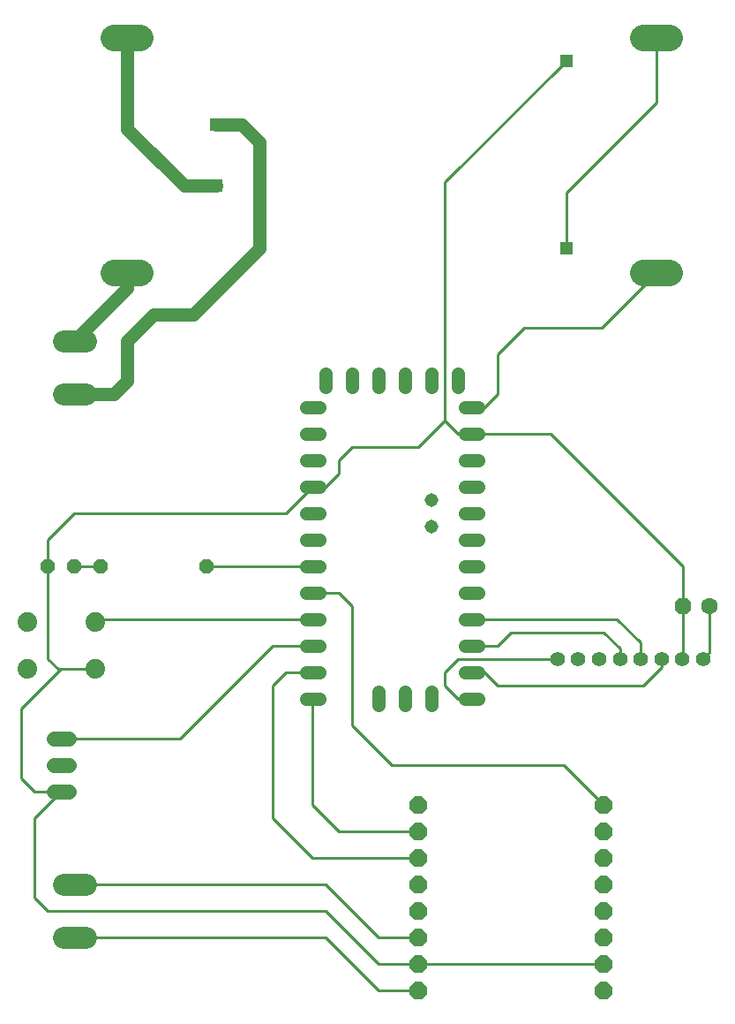
<source format=gbr>
G04 EAGLE Gerber RS-274X export*
G75*
%MOMM*%
%FSLAX34Y34*%
%LPD*%
%INBottom Copper*%
%IPPOS*%
%AMOC8*
5,1,8,0,0,1.08239X$1,22.5*%
G01*
%ADD10P,1.732040X8X202.500000*%
%ADD11C,1.600200*%
%ADD12C,1.879600*%
%ADD13C,2.540000*%
%ADD14C,1.422400*%
%ADD15P,1.429621X8X22.500000*%
%ADD16P,1.429621X8X202.500000*%
%ADD17C,1.422400*%
%ADD18C,1.308000*%
%ADD19C,1.308000*%
%ADD20R,1.308000X1.308000*%
%ADD21P,1.814519X8X22.500000*%
%ADD22C,2.095500*%
%ADD23C,0.254000*%
%ADD24C,1.270000*%


D10*
X660400Y431800D03*
D11*
X685800Y431800D03*
D12*
X96012Y371094D03*
X30988Y371094D03*
X96012Y416306D03*
X30988Y416306D03*
D13*
X114300Y751078D02*
X139700Y751078D01*
X139700Y976122D02*
X114300Y976122D01*
X622300Y976122D02*
X647700Y976122D01*
X647700Y751078D02*
X622300Y751078D01*
D14*
X70612Y304800D02*
X56388Y304800D01*
X56388Y279400D02*
X70612Y279400D01*
X70612Y254000D02*
X56388Y254000D01*
D15*
X50800Y469900D03*
X76200Y469900D03*
D16*
X203200Y469900D03*
X101600Y469900D03*
D17*
X679600Y381000D03*
X659600Y381000D03*
X639600Y381000D03*
X619600Y381000D03*
X599600Y381000D03*
X579600Y381000D03*
X559600Y381000D03*
X539600Y381000D03*
D18*
X317500Y641160D02*
X317500Y654240D01*
X342900Y654240D02*
X342900Y641160D01*
X368300Y641160D02*
X368300Y654240D01*
X393700Y654240D02*
X393700Y641160D01*
X419100Y641160D02*
X419100Y654240D01*
X444500Y654240D02*
X444500Y641160D01*
X311340Y622300D02*
X298260Y622300D01*
X298260Y596900D02*
X311340Y596900D01*
X311340Y571500D02*
X298260Y571500D01*
X298260Y546100D02*
X311340Y546100D01*
X311340Y520700D02*
X298260Y520700D01*
X298260Y495300D02*
X311340Y495300D01*
X311340Y469900D02*
X298260Y469900D01*
X298260Y444500D02*
X311340Y444500D01*
X311340Y419100D02*
X298260Y419100D01*
X298260Y393700D02*
X311340Y393700D01*
X311340Y368300D02*
X298260Y368300D01*
X298260Y342900D02*
X311340Y342900D01*
X450660Y622300D02*
X463740Y622300D01*
X463740Y596900D02*
X450660Y596900D01*
X450660Y571500D02*
X463740Y571500D01*
X463740Y546100D02*
X450660Y546100D01*
X450660Y520700D02*
X463740Y520700D01*
X463740Y495300D02*
X450660Y495300D01*
X450660Y469900D02*
X463740Y469900D01*
X463740Y444500D02*
X450660Y444500D01*
X450660Y419100D02*
X463740Y419100D01*
X463740Y393700D02*
X450660Y393700D01*
X450660Y368300D02*
X463740Y368300D01*
X463740Y342900D02*
X450660Y342900D01*
X419100Y349440D02*
X419100Y336360D01*
X393700Y336360D02*
X393700Y349440D01*
X368300Y349440D02*
X368300Y336360D01*
D19*
X419100Y533400D03*
X419100Y508000D03*
D20*
X212500Y834300D03*
X212500Y893300D03*
X548500Y954300D03*
X548500Y774300D03*
D21*
X406400Y165100D03*
X406400Y139700D03*
X584200Y165100D03*
X584200Y139700D03*
X406400Y114300D03*
X406400Y190500D03*
X584200Y190500D03*
X584200Y114300D03*
X406400Y215900D03*
X584200Y215900D03*
X406400Y88900D03*
X584200Y88900D03*
X406400Y241300D03*
X584200Y241300D03*
X406400Y63500D03*
X584200Y63500D03*
D22*
X86678Y685800D02*
X65723Y685800D01*
X65723Y635000D02*
X86678Y635000D01*
X86678Y165100D02*
X65723Y165100D01*
X65723Y114300D02*
X86678Y114300D01*
D23*
X38100Y228600D02*
X63500Y254000D01*
X38100Y228600D02*
X38100Y152400D01*
X50800Y139700D01*
X317500Y139700D01*
X368300Y88900D01*
X406400Y88900D01*
X584200Y88900D01*
X96012Y371094D02*
X63500Y371094D01*
X60706Y371094D01*
X50800Y381000D01*
X50800Y469900D01*
X63500Y371094D02*
X25400Y332994D01*
X25400Y266700D02*
X38100Y254000D01*
X63500Y254000D01*
X25400Y266700D02*
X25400Y332994D01*
X431800Y837600D02*
X548500Y954300D01*
X431800Y837600D02*
X431800Y609600D01*
X444500Y596900D01*
X457200Y596900D01*
X431800Y609600D02*
X406400Y584200D01*
X342900Y584200D01*
X330200Y571500D01*
X330200Y558800D01*
X317500Y546100D01*
X304800Y546100D01*
X279400Y520700D01*
X76200Y520700D01*
X50800Y495300D01*
X50800Y469900D01*
X457200Y596900D02*
X533400Y596900D01*
X660400Y469900D01*
X660400Y431800D01*
X660400Y381800D01*
X659600Y381000D01*
X304800Y469900D02*
X203200Y469900D01*
X101600Y469900D02*
X76200Y469900D01*
X582422Y698500D02*
X635000Y751078D01*
X582422Y698500D02*
X508000Y698500D01*
X482600Y673100D01*
X482600Y635000D01*
X469900Y622300D01*
X457200Y622300D01*
X548500Y774300D02*
X548500Y827900D01*
X635000Y914400D01*
X635000Y976122D01*
D24*
X127000Y976122D02*
X127000Y889000D01*
X181700Y834300D02*
X212500Y834300D01*
X181700Y834300D02*
X127000Y889000D01*
D23*
X685800Y431800D02*
X685800Y387200D01*
X679600Y381000D01*
X457200Y342900D02*
X444500Y342900D01*
X431800Y355600D01*
X431800Y368300D01*
X444500Y381000D01*
X539600Y381000D01*
X469900Y368300D02*
X457200Y368300D01*
X469900Y368300D02*
X482600Y355600D01*
X622300Y355600D01*
X639600Y372900D02*
X639600Y381000D01*
X639600Y372900D02*
X622300Y355600D01*
X482600Y393700D02*
X457200Y393700D01*
X482600Y393700D02*
X495300Y406400D01*
X584200Y406400D01*
X599600Y391000D02*
X599600Y381000D01*
X599600Y391000D02*
X584200Y406400D01*
X596900Y419100D02*
X457200Y419100D01*
X596900Y419100D02*
X619600Y396400D01*
X619600Y381000D01*
D24*
X127000Y736600D02*
X76200Y685800D01*
X127000Y736600D02*
X127000Y751078D01*
X212500Y893300D02*
X237000Y893300D01*
X254000Y876300D01*
X254000Y774700D01*
X190500Y711200D02*
X152400Y711200D01*
X127000Y685800D01*
X127000Y647700D01*
X114300Y635000D01*
X76200Y635000D01*
X190500Y711200D02*
X254000Y774700D01*
D23*
X266700Y393700D02*
X304800Y393700D01*
X266700Y393700D02*
X177800Y304800D01*
X63500Y304800D01*
X96012Y416306D02*
X98806Y419100D01*
X304800Y419100D01*
X304800Y342900D02*
X304800Y241300D01*
X330200Y215900D01*
X406400Y215900D01*
X304800Y368300D02*
X279400Y368300D01*
X266700Y355600D01*
X266700Y228600D02*
X304800Y190500D01*
X406400Y190500D01*
X266700Y228600D02*
X266700Y355600D01*
X546100Y279400D02*
X584200Y241300D01*
X381000Y279400D02*
X342900Y317500D01*
X342900Y431800D01*
X330200Y444500D01*
X304800Y444500D01*
X381000Y279400D02*
X546100Y279400D01*
X317500Y165100D02*
X76200Y165100D01*
X317500Y165100D02*
X368300Y114300D01*
X406400Y114300D01*
X317500Y114300D02*
X76200Y114300D01*
X317500Y114300D02*
X368300Y63500D01*
X406400Y63500D01*
M02*

</source>
